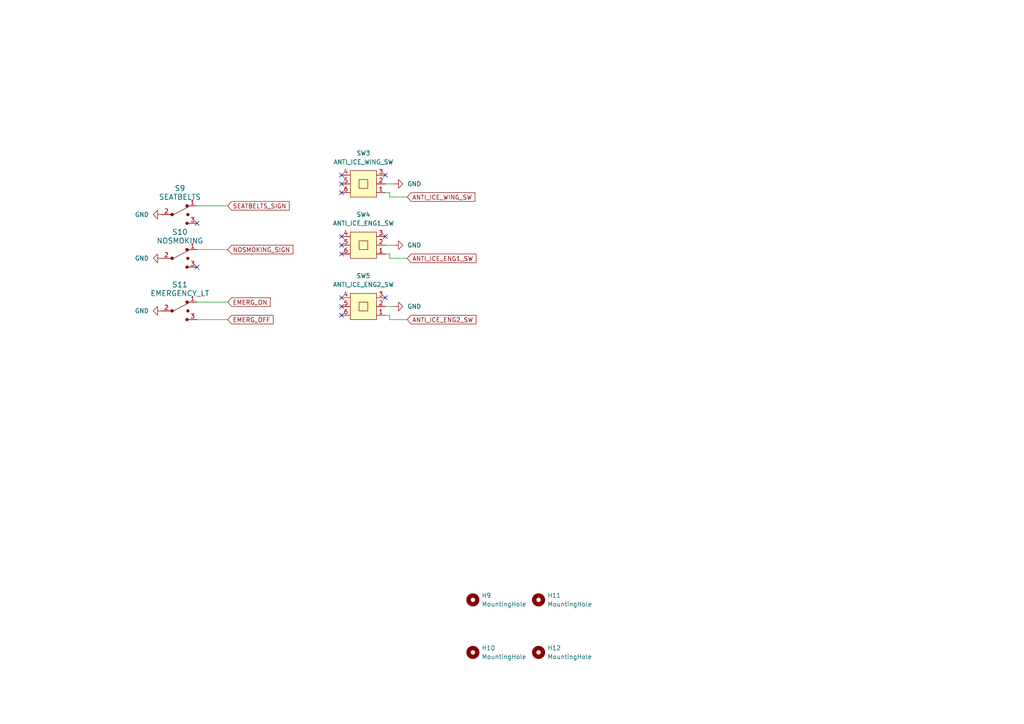
<source format=kicad_sch>
(kicad_sch (version 20250114) (generator "eeschema") (generator_version "9.0")
  (paper "A4")
  (lib_symbols
    (symbol "Mechanical:MountingHole" (pin_names (offset 1.016)) (exclude_from_sim yes) (in_bom no)
      (property "Reference" "H" (at 0 5.08 0))
      (property "Value" "MountingHole" (at 0 3.175 0))
      (symbol "MountingHole_0_1"
        (circle (center 0 0) (radius 1.27) (stroke (width 1.27)))
      )
    )
    (symbol "SFLibrary:SW_DPDT_XLX" (pin_names (offset 1.016))
      (property "Reference" "U" (at 0 5.08 0))
      (property "Value" "SW_DPDT_XLX" (at 0 2.54 0))
      (symbol "SW_DPDT_XLX_0_1"
        (rectangle (start -3.81 0) (end 3.81 -7.62) (fill (type background)))
        (polyline (pts (xy -1.27 -2.54) (xy 1.27 -2.54) (xy 1.27 -5.08) (xy -1.27 -5.08) (xy -1.27 -2.54)))
      )
      (symbol "SW_DPDT_XLX_1_1"
        (pin input line (at -6.35 -1.27 0) (length 2.54) (name "~") (number "4"))
        (pin input line (at -6.35 -3.81 0) (length 2.54) (name "~") (number "5"))
        (pin input line (at -6.35 -6.35 0) (length 2.54) (name "~") (number "6"))
        (pin input line (at 6.35 -1.27 180) (length 2.54) (name "~") (number "3"))
        (pin input line (at 6.35 -3.81 180) (length 2.54) (name "~") (number "2"))
        (pin input line (at 6.35 -6.35 180) (length 2.54) (name "~") (number "1"))
      )
    )
    (symbol "dk_Toggle-Switches:100SP1T1B4M2QE" (pin_names (offset 0) (hide yes))
      (property "Reference" "S" (at -3.81 2.54 0))
      (property "Value" "100SP1T1B4M2QE" (at 0 -5.715 0))
      (symbol "100SP1T1B4M2QE_0_1"
        (circle (center -2.159 0) (radius 0.4064) (fill (type outline)))
        (circle (center 2.159 2.54) (radius 0.381) (fill (type outline)))
        (circle (center 2.159 -2.54) (radius 0.381) (fill (type outline)))
        (circle (center 2.413 0) (radius 0.381) (fill (type outline)))
        (polyline (pts (xy 2.667 2.286) (xy -1.778 0)))
      )
      (symbol "100SP1T1B4M2QE_1_1"
        (pin passive line (at -5.08 0 0) (length 2.54) (name "Com") (number "2"))
        (pin passive line (at 5.08 2.54 180) (length 2.54) (name "~") (number "1"))
        (pin passive line (at 5.08 -2.54 180) (length 2.54) (name "~") (number "3"))
      )
    )
    (symbol "power:GND" (power) (pin_numbers (hide yes)) (pin_names (offset 0) (hide yes))
      (property "Value" "GND" (at 0 -3.81 0))
      (symbol "GND_0_1"
        (polyline (pts (xy 0 0) (xy 0 -1.27) (xy 1.27 -1.27) (xy 0 -2.54) (xy -1.27 -1.27) (xy 0 -1.27)))
      )
      (symbol "GND_1_1"
        (pin power_in line (at 0 0 270) (length 0) (name "~") (number "1"))
      )
    )
  )
  (no_connect (at 99.06 88.9))
  (no_connect (at 99.06 91.44))
  (no_connect (at 99.06 68.58))
  (no_connect (at 111.76 86.36))
  (no_connect (at 57.15 64.77))
  (no_connect (at 99.06 71.12))
  (no_connect (at 99.06 50.8))
  (no_connect (at 99.06 73.66))
  (no_connect (at 57.15 77.47))
  (no_connect (at 99.06 53.34))
  (no_connect (at 99.06 55.88))
  (no_connect (at 111.76 68.58))
  (no_connect (at 111.76 50.8))
  (no_connect (at 99.06 86.36))
  (wire (pts (xy 113.03 73.66) (xy 111.76 73.66)))
  (wire (pts (xy 114.3 71.12) (xy 111.76 71.12)))
  (wire (pts (xy 114.3 53.34) (xy 111.76 53.34)))
  (wire (pts (xy 113.03 57.15) (xy 113.03 55.88)))
  (wire (pts (xy 113.03 91.44) (xy 111.76 91.44)))
  (wire (pts (xy 66.04 59.69) (xy 57.15 59.69)))
  (wire (pts (xy 118.11 57.15) (xy 113.03 57.15)))
  (wire (pts (xy 113.03 92.71) (xy 113.03 91.44)))
  (wire (pts (xy 118.11 92.71) (xy 113.03 92.71)))
  (wire (pts (xy 66.04 87.63) (xy 57.15 87.63)))
  (wire (pts (xy 113.03 55.88) (xy 111.76 55.88)))
  (wire (pts (xy 114.3 88.9) (xy 111.76 88.9)))
  (wire (pts (xy 66.04 72.39) (xy 57.15 72.39)))
  (wire (pts (xy 113.03 74.93) (xy 113.03 73.66)))
  (wire (pts (xy 118.11 74.93) (xy 113.03 74.93)))
  (wire (pts (xy 66.04 92.71) (xy 57.15 92.71)))
  (global_label "ANTI_ICE_ENG1_SW" (shape input) (at 118.11 74.93 0) (property "Intersheetrefs" "${INTERSHEET_REFS}" (effects (hide yes))))
  (global_label "NOSMOKING_SIGN" (shape input) (at 66.04 72.39 0) (property "Intersheetrefs" "${INTERSHEET_REFS}" (effects (hide yes))))
  (global_label "SEATBELTS_SIGN" (shape input) (at 66.04 59.69 0) (property "Intersheetrefs" "${INTERSHEET_REFS}" (effects (hide yes))))
  (global_label "EMERG_OFF" (shape input) (at 66.04 92.71 0) (property "Intersheetrefs" "${INTERSHEET_REFS}" (effects (hide yes))))
  (global_label "ANTI_ICE_WING_SW" (shape input) (at 118.11 57.15 0) (property "Intersheetrefs" "${INTERSHEET_REFS}" (effects (hide yes))))
  (global_label "EMERG_ON" (shape input) (at 66.04 87.63 0) (property "Intersheetrefs" "${INTERSHEET_REFS}" (effects (hide yes))))
  (global_label "ANTI_ICE_ENG2_SW" (shape input) (at 118.11 92.71 0) (property "Intersheetrefs" "${INTERSHEET_REFS}" (effects (hide yes))))
  (symbol (lib_id "power:GND") (at 46.99 74.93 270) (unit 1)
    (property "Reference" "#PWR072" (effects (hide yes)))
    (property "Value" "GND" (at 43.18 74.9299 90) (effects (justify right)))
    (property "Description" "Power symbol creates a global label with name \"GND\" , ground" (effects (hide yes)))
  )
  (symbol (lib_id "dk_Toggle-Switches:100SP1T1B4M2QE") (at 52.07 90.17 0) (unit 1)
    (property "Reference" "S11" (at 52.1843 82.55 0) (effects (font (size 1.524 1.524))))
    (property "Value" "EMERGENCY_LT" (at 52.1843 85.09 0) (effects (font (size 1.524 1.524))))
    (property "Footprint" "digikey-footprints:Toggle_Switch_100SP1T1B4M2QE" (effects (hide yes)))
    (property "Datasheet" "http://spec_sheets.e-switch.com/specs/T111597.pdf" (effects (hide yes)))
    (property "Description" "SWITCH TOGGLE SPDT 5A 120V" (effects (hide yes)))
    (property "Digi-Key_PN" "EG2355-ND" (effects (hide yes)))
    (property "MPN" "100SP1T1B4M2QE" (effects (hide yes)))
    (property "Category" "Switches" (effects (hide yes)))
    (property "Family" "Toggle Switches" (effects (hide yes)))
    (property "DK_Datasheet_Link" "http://spec_sheets.e-switch.com/specs/T111597.pdf" (effects (hide yes)))
    (property "DK_Detail_Page" "/product-detail/en/e-switch/100SP1T1B4M2QE/EG2355-ND/378824" (effects (hide yes)))
    (property "Description_1" "SWITCH TOGGLE SPDT 5A 120V" (effects (hide yes)))
    (property "Manufacturer" "E-Switch" (effects (hide yes)))
    (property "Status" "Active" (effects (hide yes)))
  )
  (symbol (lib_id "Mechanical:MountingHole") (at 156.21 173.99 0) (unit 1) (exclude_from_sim yes) (in_bom no)
    (property "Reference" "H11" (at 158.75 172.7199 0) (effects (justify left)))
    (property "Value" "MountingHole" (at 158.75 175.2599 0) (effects (justify left)))
    (property "Footprint" "MountingHole:MountingHole_3.2mm_M3_DIN965_Pad_TopBottom" (effects (hide yes)))
    (property "Description" "Mounting Hole without connection" (effects (hide yes)))
  )
  (symbol (lib_id "power:GND") (at 46.99 62.23 270) (unit 1)
    (property "Reference" "#PWR071" (effects (hide yes)))
    (property "Value" "GND" (at 43.18 62.2299 90) (effects (justify right)))
    (property "Description" "Power symbol creates a global label with name \"GND\" , ground" (effects (hide yes)))
  )
  (symbol (lib_id "dk_Toggle-Switches:100SP1T1B4M2QE") (at 52.07 62.23 0) (unit 1)
    (property "Reference" "S9" (at 52.1843 54.61 0) (effects (font (size 1.524 1.524))))
    (property "Value" "SEATBELTS" (at 52.1843 57.15 0) (effects (font (size 1.524 1.524))))
    (property "Footprint" "digikey-footprints:Toggle_Switch_100SP1T1B4M2QE" (effects (hide yes)))
    (property "Datasheet" "http://spec_sheets.e-switch.com/specs/T111597.pdf" (effects (hide yes)))
    (property "Description" "SWITCH TOGGLE SPDT 5A 120V" (effects (hide yes)))
    (property "Digi-Key_PN" "EG2355-ND" (effects (hide yes)))
    (property "MPN" "100SP1T1B4M2QE" (effects (hide yes)))
    (property "Category" "Switches" (effects (hide yes)))
    (property "Family" "Toggle Switches" (effects (hide yes)))
    (property "DK_Datasheet_Link" "http://spec_sheets.e-switch.com/specs/T111597.pdf" (effects (hide yes)))
    (property "DK_Detail_Page" "/product-detail/en/e-switch/100SP1T1B4M2QE/EG2355-ND/378824" (effects (hide yes)))
    (property "Description_1" "SWITCH TOGGLE SPDT 5A 120V" (effects (hide yes)))
    (property "Manufacturer" "E-Switch" (effects (hide yes)))
    (property "Status" "Active" (effects (hide yes)))
  )
  (symbol (lib_id "Mechanical:MountingHole") (at 137.16 173.99 0) (unit 1) (exclude_from_sim yes) (in_bom no)
    (property "Reference" "H9" (at 139.7 172.7199 0) (effects (justify left)))
    (property "Value" "MountingHole" (at 139.7 175.2599 0) (effects (justify left)))
    (property "Footprint" "MountingHole:MountingHole_3.2mm_M3_DIN965_Pad_TopBottom" (effects (hide yes)))
    (property "Description" "Mounting Hole without connection" (effects (hide yes)))
  )
  (symbol (lib_id "power:GND") (at 46.99 90.17 270) (unit 1)
    (property "Reference" "#PWR073" (effects (hide yes)))
    (property "Value" "GND" (at 43.18 90.1699 90) (effects (justify right)))
    (property "Description" "Power symbol creates a global label with name \"GND\" , ground" (effects (hide yes)))
  )
  (symbol (lib_id "Mechanical:MountingHole") (at 137.16 189.23 0) (unit 1) (exclude_from_sim yes) (in_bom no)
    (property "Reference" "H10" (at 139.7 187.9599 0) (effects (justify left)))
    (property "Value" "MountingHole" (at 139.7 190.4999 0) (effects (justify left)))
    (property "Footprint" "MountingHole:MountingHole_3.2mm_M3_DIN965_Pad_TopBottom" (effects (hide yes)))
    (property "Description" "Mounting Hole without connection" (effects (hide yes)))
  )
  (symbol (lib_id "power:GND") (at 114.3 71.12 90) (unit 1)
    (property "Reference" "#PWR067" (effects (hide yes)))
    (property "Value" "GND" (at 118.11 71.1199 90) (effects (justify right)))
    (property "Description" "Power symbol creates a global label with name \"GND\" , ground" (effects (hide yes)))
  )
  (symbol (lib_id "power:GND") (at 114.3 88.9 90) (unit 1)
    (property "Reference" "#PWR070" (effects (hide yes)))
    (property "Value" "GND" (at 118.11 88.8999 90) (effects (justify right)))
    (property "Description" "Power symbol creates a global label with name \"GND\" , ground" (effects (hide yes)))
  )
  (symbol (lib_id "SFLibrary:SW_DPDT_XLX") (at 105.41 67.31 0) (unit 1)
    (property "Reference" "SW4" (at 105.41 62.23 0))
    (property "Value" "ANTI_ICE_ENG1_SW" (at 105.41 64.77 0))
    (property "Footprint" "PCM_SFLibrary:G-Switch PS-7054DVB-6PN" (effects (hide yes)))
  )
  (symbol (lib_id "power:GND") (at 114.3 53.34 90) (unit 1)
    (property "Reference" "#PWR064" (effects (hide yes)))
    (property "Value" "GND" (at 118.11 53.3399 90) (effects (justify right)))
    (property "Description" "Power symbol creates a global label with name \"GND\" , ground" (effects (hide yes)))
  )
  (symbol (lib_id "SFLibrary:SW_DPDT_XLX") (at 105.41 49.53 0) (unit 1)
    (property "Reference" "SW3" (at 105.41 44.45 0))
    (property "Value" "ANTI_ICE_WING_SW" (at 105.41 46.99 0))
    (property "Footprint" "PCM_SFLibrary:G-Switch PS-7054DVB-6PN" (effects (hide yes)))
  )
  (symbol (lib_id "Mechanical:MountingHole") (at 156.21 189.23 0) (unit 1) (exclude_from_sim yes) (in_bom no)
    (property "Reference" "H12" (at 158.75 187.9599 0) (effects (justify left)))
    (property "Value" "MountingHole" (at 158.75 190.4999 0) (effects (justify left)))
    (property "Footprint" "MountingHole:MountingHole_3.2mm_M3_DIN965_Pad_TopBottom" (effects (hide yes)))
    (property "Description" "Mounting Hole without connection" (effects (hide yes)))
  )
  (symbol (lib_id "dk_Toggle-Switches:100SP1T1B4M2QE") (at 52.07 74.93 0) (unit 1)
    (property "Reference" "S10" (at 52.1843 67.31 0) (effects (font (size 1.524 1.524))))
    (property "Value" "NOSMOKING" (at 52.1843 69.85 0) (effects (font (size 1.524 1.524))))
    (property "Footprint" "digikey-footprints:Toggle_Switch_100SP1T1B4M2QE" (effects (hide yes)))
    (property "Datasheet" "http://spec_sheets.e-switch.com/specs/T111597.pdf" (effects (hide yes)))
    (property "Description" "SWITCH TOGGLE SPDT 5A 120V" (effects (hide yes)))
    (property "Digi-Key_PN" "EG2355-ND" (effects (hide yes)))
    (property "MPN" "100SP1T1B4M2QE" (effects (hide yes)))
    (property "Category" "Switches" (effects (hide yes)))
    (property "Family" "Toggle Switches" (effects (hide yes)))
    (property "DK_Datasheet_Link" "http://spec_sheets.e-switch.com/specs/T111597.pdf" (effects (hide yes)))
    (property "DK_Detail_Page" "/product-detail/en/e-switch/100SP1T1B4M2QE/EG2355-ND/378824" (effects (hide yes)))
    (property "Description_1" "SWITCH TOGGLE SPDT 5A 120V" (effects (hide yes)))
    (property "Manufacturer" "E-Switch" (effects (hide yes)))
    (property "Status" "Active" (effects (hide yes)))
  )
  (symbol (lib_id "SFLibrary:SW_DPDT_XLX") (at 105.41 85.09 0) (unit 1)
    (property "Reference" "SW5" (at 105.41 80.01 0))
    (property "Value" "ANTI_ICE_ENG2_SW" (at 105.41 82.55 0))
    (property "Footprint" "PCM_SFLibrary:G-Switch PS-7054DVB-6PN" (effects (hide yes)))
  )
)
</source>
